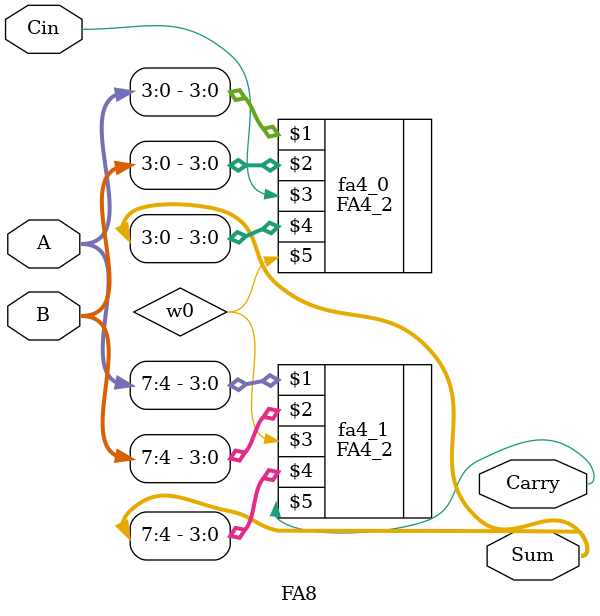
<source format=v>
`include "FullAdder4_2.v"

module FA8(A,B,Cin,Sum,Carry);

	input [7:0] A,B;
	input Cin;

	output [7:0] Sum;
	output Carry;
	wire w0;
	FA4_2 fa4_0 (A[3:0],B[3:0],Cin,Sum[3:0],w0);
	FA4_2 fa4_1 (A[7:4],B[7:4],w0,Sum[7:4],Carry);
	

endmodule

</source>
